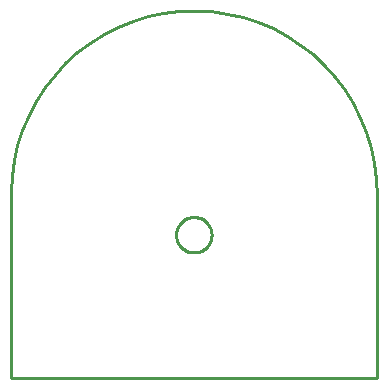
<source format=gbr>
G04 EAGLE Gerber RS-274X export*
G75*
%MOMM*%
%FSLAX34Y34*%
%LPD*%
%IN*%
%IPPOS*%
%AMOC8*
5,1,8,0,0,1.08239X$1,22.5*%
G01*
%ADD10C,0.254000*%


D10*
X-155000Y0D02*
X155000Y0D01*
X155000Y155000D01*
X154519Y168514D01*
X152862Y181934D01*
X150042Y195160D01*
X146080Y208089D01*
X141006Y220623D01*
X134859Y232667D01*
X127686Y244130D01*
X119540Y254925D01*
X110485Y264968D01*
X100590Y274183D01*
X89928Y282502D01*
X78583Y289859D01*
X66639Y296199D01*
X54188Y301475D01*
X41324Y305645D01*
X28146Y308678D01*
X14754Y310551D01*
X1250Y311250D01*
X-12264Y310769D01*
X-25685Y309112D01*
X-38910Y306292D01*
X-51839Y302330D01*
X-64373Y297256D01*
X-76418Y291109D01*
X-87880Y283936D01*
X-98675Y275790D01*
X-108718Y266735D01*
X-117933Y256840D01*
X-126252Y246178D01*
X-133609Y234832D01*
X-139949Y222889D01*
X-145225Y210438D01*
X-149395Y197574D01*
X-152428Y184396D01*
X-154301Y171004D01*
X-155000Y157500D01*
X-155000Y155000D01*
X-155000Y0D01*
X15000Y120964D02*
X14924Y119896D01*
X14771Y118835D01*
X14543Y117788D01*
X14241Y116760D01*
X13867Y115756D01*
X13422Y114781D01*
X12908Y113841D01*
X12329Y112940D01*
X11687Y112082D01*
X10985Y111272D01*
X10228Y110515D01*
X9418Y109813D01*
X8560Y109171D01*
X7659Y108592D01*
X6719Y108078D01*
X5744Y107633D01*
X4740Y107259D01*
X3712Y106957D01*
X2665Y106729D01*
X1604Y106576D01*
X536Y106500D01*
X-536Y106500D01*
X-1604Y106576D01*
X-2665Y106729D01*
X-3712Y106957D01*
X-4740Y107259D01*
X-5744Y107633D01*
X-6719Y108078D01*
X-7659Y108592D01*
X-8560Y109171D01*
X-9418Y109813D01*
X-10228Y110515D01*
X-10985Y111272D01*
X-11687Y112082D01*
X-12329Y112940D01*
X-12908Y113841D01*
X-13422Y114781D01*
X-13867Y115756D01*
X-14241Y116760D01*
X-14543Y117788D01*
X-14771Y118835D01*
X-14924Y119896D01*
X-15000Y120964D01*
X-15000Y122036D01*
X-14924Y123104D01*
X-14771Y124165D01*
X-14543Y125212D01*
X-14241Y126240D01*
X-13867Y127244D01*
X-13422Y128219D01*
X-12908Y129159D01*
X-12329Y130060D01*
X-11687Y130918D01*
X-10985Y131728D01*
X-10228Y132485D01*
X-9418Y133187D01*
X-8560Y133829D01*
X-7659Y134408D01*
X-6719Y134922D01*
X-5744Y135367D01*
X-4740Y135741D01*
X-3712Y136043D01*
X-2665Y136271D01*
X-1604Y136424D01*
X-536Y136500D01*
X536Y136500D01*
X1604Y136424D01*
X2665Y136271D01*
X3712Y136043D01*
X4740Y135741D01*
X5744Y135367D01*
X6719Y134922D01*
X7659Y134408D01*
X8560Y133829D01*
X9418Y133187D01*
X10228Y132485D01*
X10985Y131728D01*
X11687Y130918D01*
X12329Y130060D01*
X12908Y129159D01*
X13422Y128219D01*
X13867Y127244D01*
X14241Y126240D01*
X14543Y125212D01*
X14771Y124165D01*
X14924Y123104D01*
X15000Y122036D01*
X15000Y120964D01*
M02*

</source>
